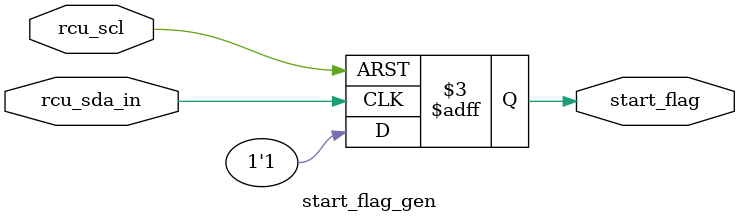
<source format=v>
`timescale 1ns / 1ps

// Detect START condition at rcu_sda_in line. 
// A high-to-low transition on rcu_sda_in line while the serial clock line remains high
// means a START condition.
//////////////////////////////////////////////////////////////////////////////////
module start_flag_gen
  (rcu_scl,
   rcu_sda_in,
   start_flag);
	
   input rcu_scl; //The serial clock line : RCU --> FEE/TRU, ca.150KHz
   input rcu_sda_in; //The serial data line : RCU --> FEE/TRU 
   output start_flag; //"start" flag : module(start_flag_gen) --> module(rcui2c_fsm)
   
   //input or output ports
   wire   rcu_scl;
   wire   rcu_sda_in;	 
   
   reg 	  start_flag;
   
   always @(negedge rcu_scl or negedge rcu_sda_in) begin 
      if(~rcu_scl)begin
	 start_flag <= 1'b0;
      end else begin
	 start_flag <= 1'b1;
      end
   end
		
endmodule

</source>
